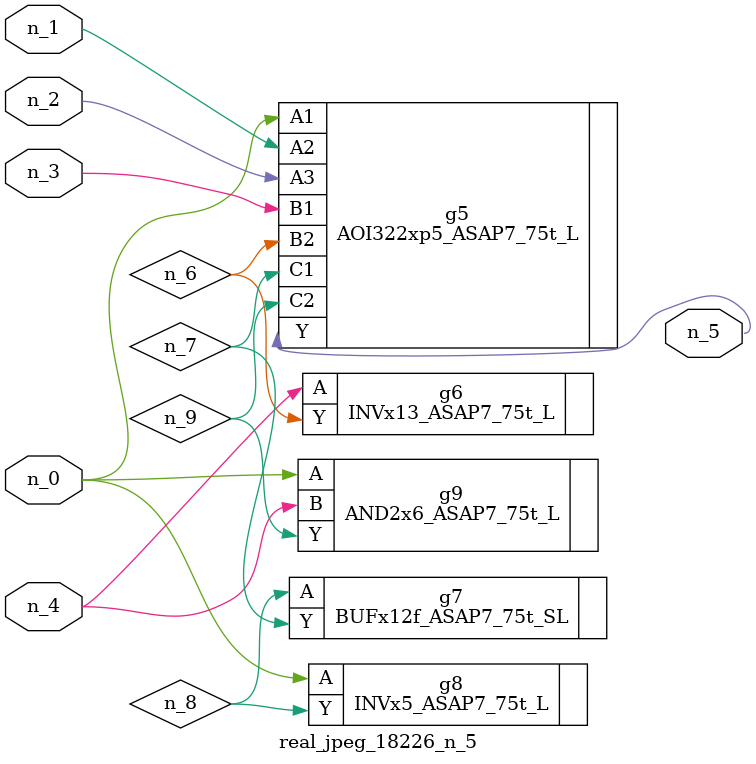
<source format=v>
module real_jpeg_18226_n_5 (n_4, n_0, n_1, n_2, n_3, n_5);

input n_4;
input n_0;
input n_1;
input n_2;
input n_3;

output n_5;

wire n_8;
wire n_6;
wire n_7;
wire n_9;

AOI322xp5_ASAP7_75t_L g5 ( 
.A1(n_0),
.A2(n_1),
.A3(n_2),
.B1(n_3),
.B2(n_6),
.C1(n_7),
.C2(n_9),
.Y(n_5)
);

INVx5_ASAP7_75t_L g8 ( 
.A(n_0),
.Y(n_8)
);

AND2x6_ASAP7_75t_L g9 ( 
.A(n_0),
.B(n_4),
.Y(n_9)
);

INVx13_ASAP7_75t_L g6 ( 
.A(n_4),
.Y(n_6)
);

BUFx12f_ASAP7_75t_SL g7 ( 
.A(n_8),
.Y(n_7)
);


endmodule
</source>
